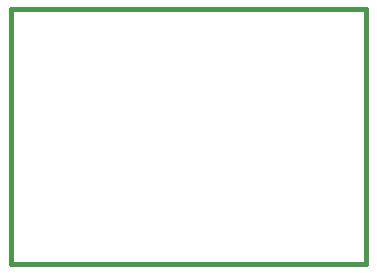
<source format=gbo>
G75*
%MOIN*%
%OFA0B0*%
%FSLAX24Y24*%
%IPPOS*%
%LPD*%
%AMOC8*
5,1,8,0,0,1.08239X$1,22.5*
%
%ADD10C,0.0160*%
D10*
X000180Y003432D02*
X011991Y003432D01*
X011991Y011936D01*
X000180Y011936D01*
X000180Y003432D01*
M02*

</source>
